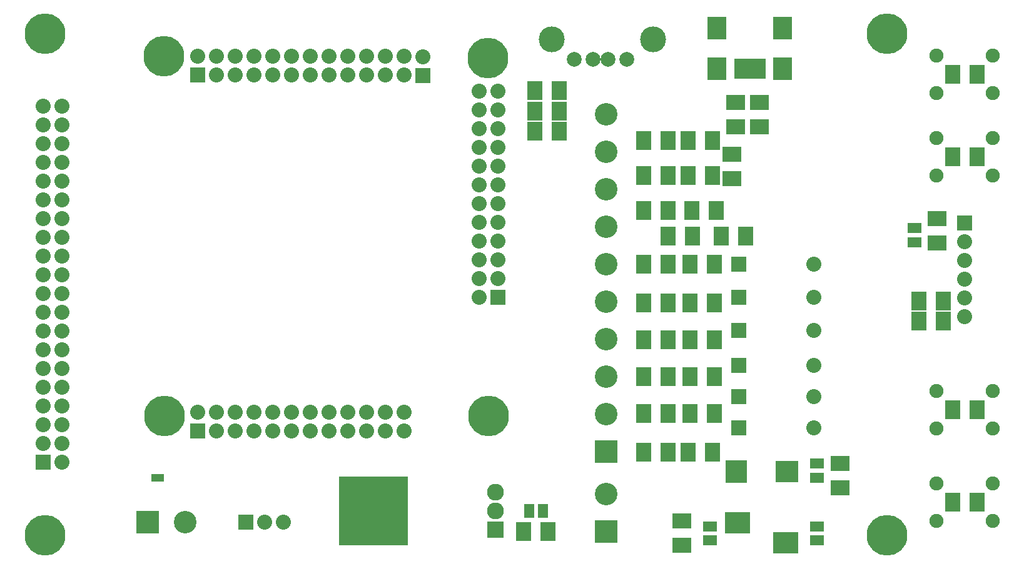
<source format=gts>
G04 (created by PCBNEW (2013-june-11)-stable) date lun 19 ago 2013 20:26:36 COT*
%MOIN*%
G04 Gerber Fmt 3.4, Leading zero omitted, Abs format*
%FSLAX34Y34*%
G01*
G70*
G90*
G04 APERTURE LIST*
%ADD10C,0.00590551*%
%ADD11R,0.08X0.1*%
%ADD12R,0.0987X0.1184*%
%ADD13R,0.0397X0.1106*%
%ADD14C,0.2169*%
%ADD15R,0.08X0.08*%
%ADD16C,0.08*%
%ADD17C,0.0791*%
%ADD18C,0.1381*%
%ADD19C,0.075*%
%ADD20R,0.1X0.08*%
%ADD21R,0.09X0.09*%
%ADD22C,0.09*%
%ADD23R,0.37X0.37*%
%ADD24R,0.12X0.12*%
%ADD25C,0.12*%
%ADD26R,0.1361X0.1145*%
%ADD27R,0.1145X0.1243*%
%ADD28R,0.1243X0.1145*%
%ADD29R,0.075X0.055*%
%ADD30R,0.055X0.075*%
%ADD31R,0.0357X0.0436*%
G04 APERTURE END LIST*
G54D10*
G54D11*
X66378Y-34154D03*
X67678Y-34154D03*
G54D12*
X70276Y-13583D03*
X73780Y-13583D03*
X73780Y-15748D03*
X70276Y-15748D03*
G54D13*
X72028Y-15748D03*
X72343Y-15748D03*
X71713Y-15747D03*
X72658Y-15748D03*
X71398Y-15748D03*
G54D14*
X79331Y-40649D03*
X79331Y-13878D03*
X34449Y-13878D03*
X34449Y-40650D03*
X58067Y-15196D03*
X40822Y-34279D03*
X58114Y-34275D03*
X40814Y-15098D03*
G54D15*
X42602Y-16094D03*
G54D16*
X42602Y-15094D03*
X43602Y-16094D03*
X43602Y-15094D03*
X44602Y-16094D03*
X44602Y-15094D03*
X45602Y-16094D03*
X45602Y-15094D03*
X46602Y-16094D03*
X46602Y-15094D03*
X47602Y-16094D03*
X47602Y-15094D03*
X48602Y-16094D03*
X48602Y-15094D03*
X49602Y-16094D03*
X49602Y-15094D03*
X50602Y-16094D03*
X50602Y-15094D03*
X51602Y-16094D03*
X51602Y-15094D03*
X52602Y-16094D03*
X52602Y-15094D03*
X53602Y-16094D03*
X53602Y-15094D03*
G54D15*
X42602Y-35094D03*
G54D16*
X42602Y-34094D03*
X43602Y-35094D03*
X43602Y-34094D03*
X44602Y-35094D03*
X44602Y-34094D03*
X45602Y-35094D03*
X45602Y-34094D03*
X46602Y-35094D03*
X46602Y-34094D03*
X47602Y-35094D03*
X47602Y-34094D03*
X48602Y-35094D03*
X48602Y-34094D03*
X49602Y-35094D03*
X49602Y-34094D03*
X50602Y-35094D03*
X50602Y-34094D03*
X51602Y-35094D03*
X51602Y-34094D03*
X52602Y-35094D03*
X52602Y-34094D03*
X53602Y-35094D03*
X53602Y-34094D03*
G54D15*
X58614Y-27944D03*
G54D16*
X57614Y-27944D03*
X58614Y-26944D03*
X57614Y-26944D03*
X58614Y-25944D03*
X57614Y-25944D03*
X58614Y-24944D03*
X57614Y-24944D03*
X58614Y-23944D03*
X57614Y-23944D03*
X58614Y-22944D03*
X57614Y-22944D03*
X58614Y-21944D03*
X57614Y-21944D03*
X58614Y-20944D03*
X57614Y-20944D03*
X58614Y-19944D03*
X57614Y-19944D03*
X58614Y-18944D03*
X57614Y-18944D03*
X58614Y-17944D03*
X57614Y-17944D03*
X58614Y-16944D03*
X57614Y-16944D03*
G54D15*
X54590Y-16125D03*
G54D16*
X54590Y-15125D03*
G54D17*
X62675Y-15256D03*
X63675Y-15256D03*
X64475Y-15256D03*
X65475Y-15256D03*
G54D18*
X61475Y-14206D03*
X66875Y-14206D03*
G54D19*
X84965Y-21473D03*
X84965Y-19473D03*
X81965Y-21473D03*
X81965Y-19473D03*
X84965Y-17044D03*
X84965Y-15044D03*
X81965Y-17044D03*
X81965Y-15044D03*
X84965Y-34957D03*
X84965Y-32957D03*
X81965Y-34957D03*
X81965Y-32957D03*
X84965Y-39878D03*
X84965Y-37878D03*
X81965Y-39878D03*
X81965Y-37878D03*
G54D20*
X72540Y-17559D03*
X72540Y-18859D03*
X71260Y-17559D03*
X71260Y-18859D03*
X81988Y-23760D03*
X81988Y-25060D03*
G54D15*
X34351Y-36764D03*
G54D16*
X35351Y-36764D03*
X34351Y-31764D03*
X35351Y-35764D03*
X34351Y-30764D03*
X35351Y-34764D03*
X34351Y-29764D03*
X35351Y-33764D03*
X34351Y-28764D03*
X35351Y-32764D03*
X34351Y-27764D03*
X35351Y-31764D03*
X34351Y-26764D03*
X35351Y-30764D03*
X34351Y-25764D03*
X35351Y-29764D03*
X34351Y-24764D03*
X35351Y-28764D03*
X34351Y-23764D03*
X35351Y-27764D03*
X34351Y-22764D03*
X35351Y-26764D03*
X34351Y-21764D03*
X35351Y-25764D03*
X35351Y-24764D03*
X34351Y-20764D03*
X35351Y-23764D03*
X35351Y-21764D03*
X35351Y-20764D03*
X35351Y-19764D03*
X35351Y-18764D03*
X34351Y-19764D03*
X34351Y-18764D03*
X34351Y-35764D03*
X34351Y-34764D03*
X34351Y-33764D03*
X34351Y-32764D03*
X34351Y-17764D03*
X35351Y-17764D03*
X35351Y-22764D03*
G54D15*
X83464Y-23975D03*
G54D16*
X83464Y-24975D03*
X83464Y-25975D03*
X83464Y-26975D03*
X83464Y-27975D03*
X83464Y-28975D03*
G54D15*
X71425Y-31595D03*
G54D16*
X75425Y-31595D03*
G54D15*
X71425Y-33268D03*
G54D16*
X75425Y-33268D03*
G54D15*
X71425Y-34941D03*
G54D16*
X75425Y-34941D03*
G54D15*
X71425Y-29725D03*
G54D16*
X75425Y-29725D03*
G54D15*
X71425Y-26181D03*
G54D16*
X75425Y-26181D03*
G54D15*
X71425Y-27953D03*
G54D16*
X75425Y-27953D03*
G54D21*
X58465Y-40370D03*
G54D22*
X58465Y-39370D03*
X58465Y-38370D03*
G54D23*
X51965Y-39370D03*
G54D15*
X45162Y-39961D03*
G54D16*
X46162Y-39961D03*
X47162Y-39961D03*
G54D24*
X39945Y-39961D03*
G54D25*
X41945Y-39961D03*
X64370Y-18201D03*
X64370Y-20201D03*
X64370Y-22201D03*
X64370Y-24201D03*
X64370Y-34201D03*
X64370Y-32201D03*
G54D24*
X64370Y-36201D03*
G54D25*
X64370Y-30201D03*
X64370Y-28201D03*
X64370Y-26201D03*
G54D24*
X64370Y-40469D03*
G54D25*
X64370Y-38469D03*
G54D26*
X71349Y-40001D03*
G54D27*
X71289Y-37245D03*
G54D26*
X73927Y-41064D03*
G54D28*
X73986Y-37245D03*
G54D11*
X59980Y-40453D03*
X61280Y-40453D03*
G54D20*
X71063Y-21615D03*
X71063Y-20315D03*
G54D11*
X81043Y-28150D03*
X82343Y-28150D03*
X82815Y-38878D03*
X84115Y-38878D03*
X82815Y-33957D03*
X84115Y-33957D03*
X82815Y-16044D03*
X84115Y-16044D03*
X82815Y-20473D03*
X84115Y-20473D03*
X66378Y-26181D03*
X67678Y-26181D03*
X67657Y-24705D03*
X68957Y-24705D03*
X66378Y-32185D03*
X67678Y-32185D03*
X66378Y-30217D03*
X67678Y-30217D03*
X66378Y-28248D03*
X67678Y-28248D03*
X68838Y-26181D03*
X70138Y-26181D03*
X66378Y-23327D03*
X67678Y-23327D03*
X66378Y-21457D03*
X67678Y-21457D03*
X66378Y-19587D03*
X67678Y-19587D03*
X68740Y-36221D03*
X70040Y-36221D03*
X68838Y-34154D03*
X70138Y-34154D03*
X68838Y-32185D03*
X70138Y-32185D03*
X68838Y-30217D03*
X70138Y-30217D03*
X68838Y-28248D03*
X70138Y-28248D03*
X71812Y-24705D03*
X70512Y-24705D03*
X70237Y-23327D03*
X68937Y-23327D03*
X70040Y-21457D03*
X68740Y-21457D03*
X70040Y-19587D03*
X68740Y-19587D03*
X61871Y-16929D03*
X60571Y-16929D03*
X61871Y-18012D03*
X60571Y-18012D03*
X61871Y-19095D03*
X60571Y-19095D03*
G54D29*
X69882Y-40176D03*
X69882Y-40926D03*
X75591Y-37580D03*
X75591Y-36830D03*
X75591Y-40926D03*
X75591Y-40176D03*
G54D30*
X61005Y-39370D03*
X60255Y-39370D03*
G54D31*
X40287Y-37586D03*
X40641Y-37586D03*
G54D29*
X80791Y-24274D03*
X80791Y-25024D03*
G54D11*
X66378Y-36221D03*
X67678Y-36221D03*
G54D20*
X76830Y-36834D03*
X76830Y-38134D03*
G54D11*
X81043Y-29233D03*
X82343Y-29233D03*
G54D20*
X68406Y-41201D03*
X68406Y-39901D03*
M02*

</source>
